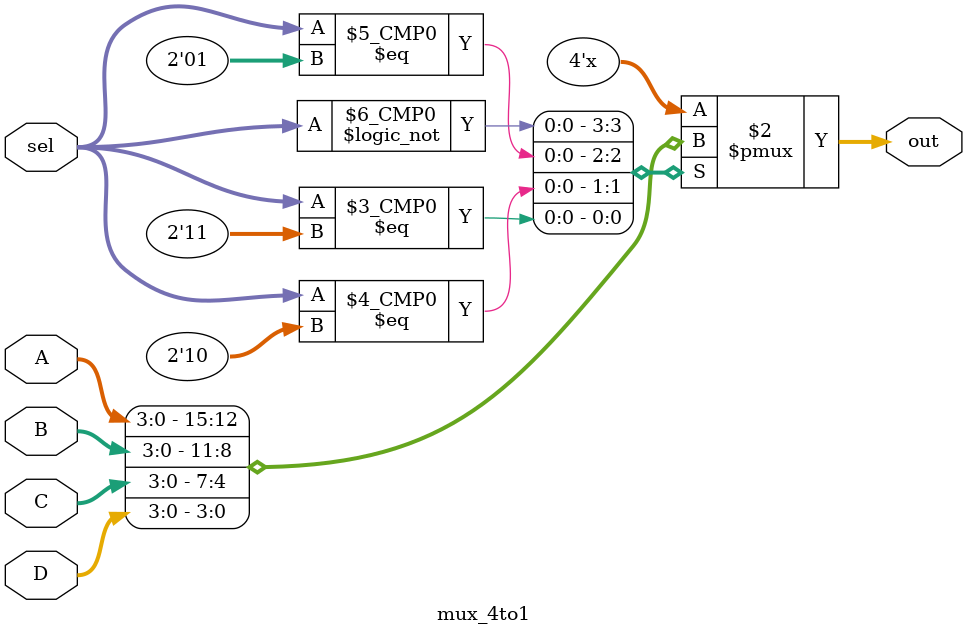
<source format=v>
module mux_4to1 (
    input [3:0] A,    // 4-bit input A
    input [3:0] B,    // 4-bit input B
    input [3:0] C,    // 4-bit input C
    input [3:0] D,    // 4-bit input D
    input [1:0] sel,  // 2-bit select signal
    output reg [3:0] out // 4-bit output
);

always@(*)
begin: MUX
case(sel)
2'b00 : out = A;
2'b01 : out = B;
2'b10 : out = C;
2'b11 : out = D;
default:    out = 4'b0;
endcase
end

endmodule

</source>
